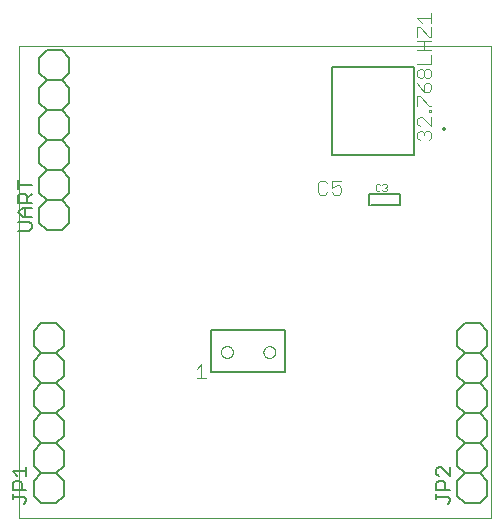
<source format=gto>
G75*
%MOIN*%
%OFA0B0*%
%FSLAX25Y25*%
%IPPOS*%
%LPD*%
%AMOC8*
5,1,8,0,0,1.08239X$1,22.5*
%
%ADD10C,0.00000*%
%ADD11C,0.00600*%
%ADD12C,0.00500*%
%ADD13C,0.00400*%
%ADD14C,0.01378*%
%ADD15C,0.00200*%
D10*
X0004867Y0001000D02*
X0004867Y0158480D01*
X0162347Y0158480D01*
X0162347Y0001000D01*
X0004867Y0001000D01*
X0072307Y0056433D02*
X0072309Y0056521D01*
X0072315Y0056609D01*
X0072325Y0056697D01*
X0072339Y0056785D01*
X0072356Y0056871D01*
X0072378Y0056957D01*
X0072403Y0057041D01*
X0072433Y0057125D01*
X0072465Y0057207D01*
X0072502Y0057287D01*
X0072542Y0057366D01*
X0072586Y0057443D01*
X0072633Y0057518D01*
X0072683Y0057590D01*
X0072737Y0057661D01*
X0072793Y0057728D01*
X0072853Y0057794D01*
X0072915Y0057856D01*
X0072981Y0057916D01*
X0073048Y0057972D01*
X0073119Y0058026D01*
X0073191Y0058076D01*
X0073266Y0058123D01*
X0073343Y0058167D01*
X0073422Y0058207D01*
X0073502Y0058244D01*
X0073584Y0058276D01*
X0073668Y0058306D01*
X0073752Y0058331D01*
X0073838Y0058353D01*
X0073924Y0058370D01*
X0074012Y0058384D01*
X0074100Y0058394D01*
X0074188Y0058400D01*
X0074276Y0058402D01*
X0074364Y0058400D01*
X0074452Y0058394D01*
X0074540Y0058384D01*
X0074628Y0058370D01*
X0074714Y0058353D01*
X0074800Y0058331D01*
X0074884Y0058306D01*
X0074968Y0058276D01*
X0075050Y0058244D01*
X0075130Y0058207D01*
X0075209Y0058167D01*
X0075286Y0058123D01*
X0075361Y0058076D01*
X0075433Y0058026D01*
X0075504Y0057972D01*
X0075571Y0057916D01*
X0075637Y0057856D01*
X0075699Y0057794D01*
X0075759Y0057728D01*
X0075815Y0057661D01*
X0075869Y0057590D01*
X0075919Y0057518D01*
X0075966Y0057443D01*
X0076010Y0057366D01*
X0076050Y0057287D01*
X0076087Y0057207D01*
X0076119Y0057125D01*
X0076149Y0057041D01*
X0076174Y0056957D01*
X0076196Y0056871D01*
X0076213Y0056785D01*
X0076227Y0056697D01*
X0076237Y0056609D01*
X0076243Y0056521D01*
X0076245Y0056433D01*
X0076243Y0056345D01*
X0076237Y0056257D01*
X0076227Y0056169D01*
X0076213Y0056081D01*
X0076196Y0055995D01*
X0076174Y0055909D01*
X0076149Y0055825D01*
X0076119Y0055741D01*
X0076087Y0055659D01*
X0076050Y0055579D01*
X0076010Y0055500D01*
X0075966Y0055423D01*
X0075919Y0055348D01*
X0075869Y0055276D01*
X0075815Y0055205D01*
X0075759Y0055138D01*
X0075699Y0055072D01*
X0075637Y0055010D01*
X0075571Y0054950D01*
X0075504Y0054894D01*
X0075433Y0054840D01*
X0075361Y0054790D01*
X0075286Y0054743D01*
X0075209Y0054699D01*
X0075130Y0054659D01*
X0075050Y0054622D01*
X0074968Y0054590D01*
X0074884Y0054560D01*
X0074800Y0054535D01*
X0074714Y0054513D01*
X0074628Y0054496D01*
X0074540Y0054482D01*
X0074452Y0054472D01*
X0074364Y0054466D01*
X0074276Y0054464D01*
X0074188Y0054466D01*
X0074100Y0054472D01*
X0074012Y0054482D01*
X0073924Y0054496D01*
X0073838Y0054513D01*
X0073752Y0054535D01*
X0073668Y0054560D01*
X0073584Y0054590D01*
X0073502Y0054622D01*
X0073422Y0054659D01*
X0073343Y0054699D01*
X0073266Y0054743D01*
X0073191Y0054790D01*
X0073119Y0054840D01*
X0073048Y0054894D01*
X0072981Y0054950D01*
X0072915Y0055010D01*
X0072853Y0055072D01*
X0072793Y0055138D01*
X0072737Y0055205D01*
X0072683Y0055276D01*
X0072633Y0055348D01*
X0072586Y0055423D01*
X0072542Y0055500D01*
X0072502Y0055579D01*
X0072465Y0055659D01*
X0072433Y0055741D01*
X0072403Y0055825D01*
X0072378Y0055909D01*
X0072356Y0055995D01*
X0072339Y0056081D01*
X0072325Y0056169D01*
X0072315Y0056257D01*
X0072309Y0056345D01*
X0072307Y0056433D01*
X0086480Y0056433D02*
X0086482Y0056521D01*
X0086488Y0056609D01*
X0086498Y0056697D01*
X0086512Y0056785D01*
X0086529Y0056871D01*
X0086551Y0056957D01*
X0086576Y0057041D01*
X0086606Y0057125D01*
X0086638Y0057207D01*
X0086675Y0057287D01*
X0086715Y0057366D01*
X0086759Y0057443D01*
X0086806Y0057518D01*
X0086856Y0057590D01*
X0086910Y0057661D01*
X0086966Y0057728D01*
X0087026Y0057794D01*
X0087088Y0057856D01*
X0087154Y0057916D01*
X0087221Y0057972D01*
X0087292Y0058026D01*
X0087364Y0058076D01*
X0087439Y0058123D01*
X0087516Y0058167D01*
X0087595Y0058207D01*
X0087675Y0058244D01*
X0087757Y0058276D01*
X0087841Y0058306D01*
X0087925Y0058331D01*
X0088011Y0058353D01*
X0088097Y0058370D01*
X0088185Y0058384D01*
X0088273Y0058394D01*
X0088361Y0058400D01*
X0088449Y0058402D01*
X0088537Y0058400D01*
X0088625Y0058394D01*
X0088713Y0058384D01*
X0088801Y0058370D01*
X0088887Y0058353D01*
X0088973Y0058331D01*
X0089057Y0058306D01*
X0089141Y0058276D01*
X0089223Y0058244D01*
X0089303Y0058207D01*
X0089382Y0058167D01*
X0089459Y0058123D01*
X0089534Y0058076D01*
X0089606Y0058026D01*
X0089677Y0057972D01*
X0089744Y0057916D01*
X0089810Y0057856D01*
X0089872Y0057794D01*
X0089932Y0057728D01*
X0089988Y0057661D01*
X0090042Y0057590D01*
X0090092Y0057518D01*
X0090139Y0057443D01*
X0090183Y0057366D01*
X0090223Y0057287D01*
X0090260Y0057207D01*
X0090292Y0057125D01*
X0090322Y0057041D01*
X0090347Y0056957D01*
X0090369Y0056871D01*
X0090386Y0056785D01*
X0090400Y0056697D01*
X0090410Y0056609D01*
X0090416Y0056521D01*
X0090418Y0056433D01*
X0090416Y0056345D01*
X0090410Y0056257D01*
X0090400Y0056169D01*
X0090386Y0056081D01*
X0090369Y0055995D01*
X0090347Y0055909D01*
X0090322Y0055825D01*
X0090292Y0055741D01*
X0090260Y0055659D01*
X0090223Y0055579D01*
X0090183Y0055500D01*
X0090139Y0055423D01*
X0090092Y0055348D01*
X0090042Y0055276D01*
X0089988Y0055205D01*
X0089932Y0055138D01*
X0089872Y0055072D01*
X0089810Y0055010D01*
X0089744Y0054950D01*
X0089677Y0054894D01*
X0089606Y0054840D01*
X0089534Y0054790D01*
X0089459Y0054743D01*
X0089382Y0054699D01*
X0089303Y0054659D01*
X0089223Y0054622D01*
X0089141Y0054590D01*
X0089057Y0054560D01*
X0088973Y0054535D01*
X0088887Y0054513D01*
X0088801Y0054496D01*
X0088713Y0054482D01*
X0088625Y0054472D01*
X0088537Y0054466D01*
X0088449Y0054464D01*
X0088361Y0054466D01*
X0088273Y0054472D01*
X0088185Y0054482D01*
X0088097Y0054496D01*
X0088011Y0054513D01*
X0087925Y0054535D01*
X0087841Y0054560D01*
X0087757Y0054590D01*
X0087675Y0054622D01*
X0087595Y0054659D01*
X0087516Y0054699D01*
X0087439Y0054743D01*
X0087364Y0054790D01*
X0087292Y0054840D01*
X0087221Y0054894D01*
X0087154Y0054950D01*
X0087088Y0055010D01*
X0087026Y0055072D01*
X0086966Y0055138D01*
X0086910Y0055205D01*
X0086856Y0055276D01*
X0086806Y0055348D01*
X0086759Y0055423D01*
X0086715Y0055500D01*
X0086675Y0055579D01*
X0086638Y0055659D01*
X0086606Y0055741D01*
X0086576Y0055825D01*
X0086551Y0055909D01*
X0086529Y0055995D01*
X0086512Y0056081D01*
X0086498Y0056169D01*
X0086488Y0056257D01*
X0086482Y0056345D01*
X0086480Y0056433D01*
D11*
X0021678Y0099484D02*
X0021678Y0104484D01*
X0019178Y0106984D01*
X0021678Y0109484D01*
X0021678Y0114484D01*
X0019178Y0116984D01*
X0014178Y0116984D01*
X0011678Y0114484D01*
X0011678Y0109484D01*
X0014178Y0106984D01*
X0019178Y0106984D01*
X0014178Y0106984D02*
X0011678Y0104484D01*
X0011678Y0099484D01*
X0014178Y0096984D01*
X0019178Y0096984D01*
X0021678Y0099484D01*
X0019178Y0116984D02*
X0021678Y0119484D01*
X0021678Y0124484D01*
X0019178Y0126984D01*
X0021678Y0129484D01*
X0021678Y0134484D01*
X0019178Y0136984D01*
X0021678Y0139484D01*
X0021678Y0144484D01*
X0019178Y0146984D01*
X0021678Y0149484D01*
X0021678Y0154484D01*
X0019178Y0156984D01*
X0014178Y0156984D01*
X0011678Y0154484D01*
X0011678Y0149484D01*
X0014178Y0146984D01*
X0019178Y0146984D01*
X0014178Y0146984D02*
X0011678Y0144484D01*
X0011678Y0139484D01*
X0014178Y0136984D01*
X0019178Y0136984D01*
X0014178Y0136984D02*
X0011678Y0134484D01*
X0011678Y0129484D01*
X0014178Y0126984D01*
X0019178Y0126984D01*
X0014178Y0126984D02*
X0011678Y0124484D01*
X0011678Y0119484D01*
X0014178Y0116984D01*
X0012367Y0066000D02*
X0017367Y0066000D01*
X0019867Y0063500D01*
X0019867Y0058500D01*
X0017367Y0056000D01*
X0019867Y0053500D01*
X0019867Y0048500D01*
X0017367Y0046000D01*
X0019867Y0043500D01*
X0019867Y0038500D01*
X0017367Y0036000D01*
X0019867Y0033500D01*
X0019867Y0028500D01*
X0017367Y0026000D01*
X0019867Y0023500D01*
X0019867Y0018500D01*
X0017367Y0016000D01*
X0019867Y0013500D01*
X0019867Y0008500D01*
X0017367Y0006000D01*
X0012367Y0006000D01*
X0009867Y0008500D01*
X0009867Y0013500D01*
X0012367Y0016000D01*
X0009867Y0018500D01*
X0009867Y0023500D01*
X0012367Y0026000D01*
X0017367Y0026000D01*
X0012367Y0026000D02*
X0009867Y0028500D01*
X0009867Y0033500D01*
X0012367Y0036000D01*
X0009867Y0038500D01*
X0009867Y0043500D01*
X0012367Y0046000D01*
X0009867Y0048500D01*
X0009867Y0053500D01*
X0012367Y0056000D01*
X0009867Y0058500D01*
X0009867Y0063500D01*
X0012367Y0066000D01*
X0012367Y0056000D02*
X0017367Y0056000D01*
X0017367Y0046000D02*
X0012367Y0046000D01*
X0012367Y0036000D02*
X0017367Y0036000D01*
X0017367Y0016000D02*
X0012367Y0016000D01*
X0151048Y0013500D02*
X0151048Y0008500D01*
X0153548Y0006000D01*
X0158548Y0006000D01*
X0161048Y0008500D01*
X0161048Y0013500D01*
X0158548Y0016000D01*
X0161048Y0018500D01*
X0161048Y0023500D01*
X0158548Y0026000D01*
X0153548Y0026000D01*
X0151048Y0023500D01*
X0151048Y0018500D01*
X0153548Y0016000D01*
X0158548Y0016000D01*
X0153548Y0016000D02*
X0151048Y0013500D01*
X0153548Y0026000D02*
X0151048Y0028500D01*
X0151048Y0033500D01*
X0153548Y0036000D01*
X0151048Y0038500D01*
X0151048Y0043500D01*
X0153548Y0046000D01*
X0151048Y0048500D01*
X0151048Y0053500D01*
X0153548Y0056000D01*
X0151048Y0058500D01*
X0151048Y0063500D01*
X0153548Y0066000D01*
X0158548Y0066000D01*
X0161048Y0063500D01*
X0161048Y0058500D01*
X0158548Y0056000D01*
X0161048Y0053500D01*
X0161048Y0048500D01*
X0158548Y0046000D01*
X0161048Y0043500D01*
X0161048Y0038500D01*
X0158548Y0036000D01*
X0161048Y0033500D01*
X0161048Y0028500D01*
X0158548Y0026000D01*
X0158548Y0036000D02*
X0153548Y0036000D01*
X0153548Y0046000D02*
X0158548Y0046000D01*
X0158548Y0056000D02*
X0153548Y0056000D01*
D12*
X0148598Y0018160D02*
X0148598Y0015158D01*
X0145595Y0018160D01*
X0144845Y0018160D01*
X0144094Y0017410D01*
X0144094Y0015908D01*
X0144845Y0015158D01*
X0144845Y0013556D02*
X0146346Y0013556D01*
X0147096Y0012806D01*
X0147096Y0010554D01*
X0148598Y0010554D02*
X0144094Y0010554D01*
X0144094Y0012806D01*
X0144845Y0013556D01*
X0144094Y0008953D02*
X0144094Y0007451D01*
X0144094Y0008202D02*
X0147847Y0008202D01*
X0148598Y0007451D01*
X0148598Y0006701D01*
X0147847Y0005950D01*
X0093567Y0049740D02*
X0068961Y0049740D01*
X0068961Y0063913D01*
X0093567Y0063913D01*
X0093567Y0049740D01*
X0121796Y0105331D02*
X0121796Y0109268D01*
X0132032Y0109268D01*
X0132032Y0105331D01*
X0122189Y0105331D01*
X0109197Y0122260D02*
X0109197Y0151394D01*
X0136756Y0151394D01*
X0136756Y0122260D01*
X0109197Y0122260D01*
X0009228Y0112247D02*
X0004724Y0112247D01*
X0004724Y0110746D02*
X0004724Y0113749D01*
X0005474Y0109145D02*
X0004724Y0108394D01*
X0004724Y0106142D01*
X0009228Y0106142D01*
X0007726Y0106142D02*
X0007726Y0108394D01*
X0006976Y0109145D01*
X0005474Y0109145D01*
X0007726Y0107643D02*
X0009228Y0109145D01*
X0009228Y0104541D02*
X0006225Y0104541D01*
X0004724Y0103039D01*
X0006225Y0101538D01*
X0009228Y0101538D01*
X0008477Y0099937D02*
X0004724Y0099937D01*
X0006976Y0101538D02*
X0006976Y0104541D01*
X0008477Y0099937D02*
X0009228Y0099186D01*
X0009228Y0097685D01*
X0008477Y0096934D01*
X0004724Y0096934D01*
X0007417Y0018160D02*
X0007417Y0015158D01*
X0007417Y0016659D02*
X0002913Y0016659D01*
X0004414Y0015158D01*
X0003663Y0013556D02*
X0005165Y0013556D01*
X0005915Y0012806D01*
X0005915Y0010554D01*
X0007417Y0010554D02*
X0002913Y0010554D01*
X0002913Y0012806D01*
X0003663Y0013556D01*
X0002913Y0008953D02*
X0002913Y0007451D01*
X0002913Y0008202D02*
X0006666Y0008202D01*
X0007417Y0007451D01*
X0007417Y0006701D01*
X0006666Y0005950D01*
D13*
X0064240Y0047775D02*
X0067309Y0047775D01*
X0065775Y0047775D02*
X0065775Y0052379D01*
X0064240Y0050844D01*
X0105484Y0108924D02*
X0107018Y0108924D01*
X0107786Y0109692D01*
X0109320Y0109692D02*
X0110087Y0108924D01*
X0111622Y0108924D01*
X0112389Y0109692D01*
X0112389Y0111226D01*
X0111622Y0111994D01*
X0110855Y0111994D01*
X0109320Y0111226D01*
X0109320Y0113528D01*
X0112389Y0113528D01*
X0107786Y0112761D02*
X0107018Y0113528D01*
X0105484Y0113528D01*
X0104716Y0112761D01*
X0104716Y0109692D01*
X0105484Y0108924D01*
X0137760Y0127853D02*
X0137760Y0129388D01*
X0138527Y0130155D01*
X0139294Y0130155D01*
X0140062Y0129388D01*
X0140829Y0130155D01*
X0141596Y0130155D01*
X0142364Y0129388D01*
X0142364Y0127853D01*
X0141596Y0127086D01*
X0140062Y0128620D02*
X0140062Y0129388D01*
X0138527Y0131690D02*
X0137760Y0132457D01*
X0137760Y0133992D01*
X0138527Y0134759D01*
X0139294Y0134759D01*
X0142364Y0131690D01*
X0142364Y0134759D01*
X0142364Y0136294D02*
X0141596Y0136294D01*
X0141596Y0137061D01*
X0142364Y0137061D01*
X0142364Y0136294D01*
X0142364Y0138596D02*
X0141596Y0138596D01*
X0138527Y0141665D01*
X0137760Y0141665D01*
X0137760Y0138596D01*
X0140062Y0143200D02*
X0140062Y0145502D01*
X0140829Y0146269D01*
X0141596Y0146269D01*
X0142364Y0145502D01*
X0142364Y0143967D01*
X0141596Y0143200D01*
X0140062Y0143200D01*
X0138527Y0144734D01*
X0137760Y0146269D01*
X0138527Y0147803D02*
X0139294Y0147803D01*
X0140062Y0148571D01*
X0140062Y0150105D01*
X0140829Y0150873D01*
X0141596Y0150873D01*
X0142364Y0150105D01*
X0142364Y0148571D01*
X0141596Y0147803D01*
X0140829Y0147803D01*
X0140062Y0148571D01*
X0140062Y0150105D02*
X0139294Y0150873D01*
X0138527Y0150873D01*
X0137760Y0150105D01*
X0137760Y0148571D01*
X0138527Y0147803D01*
X0137760Y0152407D02*
X0142364Y0152407D01*
X0142364Y0155477D01*
X0142364Y0157011D02*
X0137760Y0157011D01*
X0140062Y0157011D02*
X0140062Y0160081D01*
X0141596Y0161615D02*
X0142364Y0161615D01*
X0142364Y0164685D01*
X0142364Y0166219D02*
X0142364Y0169288D01*
X0142364Y0167754D02*
X0137760Y0167754D01*
X0139294Y0166219D01*
X0138527Y0164685D02*
X0141596Y0161615D01*
X0142364Y0160081D02*
X0137760Y0160081D01*
X0137760Y0161615D02*
X0137760Y0164685D01*
X0138527Y0164685D01*
X0137760Y0127853D02*
X0138527Y0127086D01*
D14*
X0146599Y0130921D03*
D15*
X0127574Y0111990D02*
X0127574Y0111623D01*
X0127207Y0111256D01*
X0127574Y0110889D01*
X0127574Y0110522D01*
X0127207Y0110155D01*
X0126473Y0110155D01*
X0126106Y0110522D01*
X0125364Y0110522D02*
X0124997Y0110155D01*
X0124263Y0110155D01*
X0123896Y0110522D01*
X0123896Y0111990D01*
X0124263Y0112357D01*
X0124997Y0112357D01*
X0125364Y0111990D01*
X0126106Y0111990D02*
X0126473Y0112357D01*
X0127207Y0112357D01*
X0127574Y0111990D01*
X0127207Y0111256D02*
X0126840Y0111256D01*
M02*

</source>
